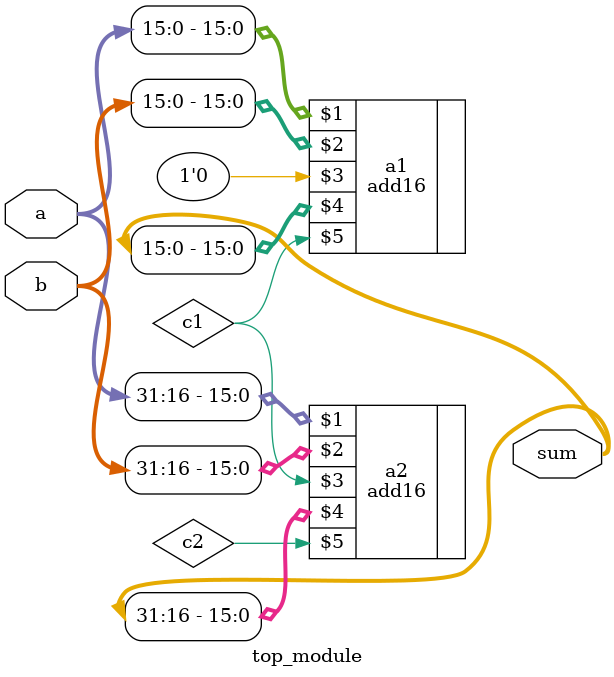
<source format=v>
module top_module(
    input [31:0] a,
    input [31:0] b,
    output [31:0] sum
);
    wire c1,c2;
    
    add16 a1(a[15:0],b[15:0],1'b0,sum[15:0],c1);
    add16 a2(a[31:16],b[31:16],c1,sum[31:16],c2);

endmodule


</source>
